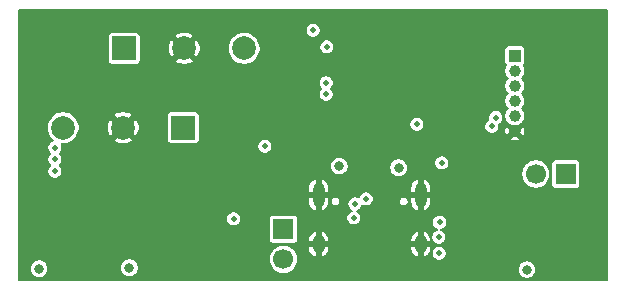
<source format=gbr>
%TF.GenerationSoftware,KiCad,Pcbnew,9.0.7-9.0.7~ubuntu24.04.1*%
%TF.CreationDate,2026-02-26T22:41:37+11:00*%
%TF.ProjectId,flipcab-rounded,666c6970-6361-4622-9d72-6f756e646564,rev?*%
%TF.SameCoordinates,Original*%
%TF.FileFunction,Copper,L2,Inr*%
%TF.FilePolarity,Positive*%
%FSLAX46Y46*%
G04 Gerber Fmt 4.6, Leading zero omitted, Abs format (unit mm)*
G04 Created by KiCad (PCBNEW 9.0.7-9.0.7~ubuntu24.04.1) date 2026-02-26 22:41:37*
%MOMM*%
%LPD*%
G01*
G04 APERTURE LIST*
%TA.AperFunction,ComponentPad*%
%ADD10C,0.630000*%
%TD*%
%TA.AperFunction,ComponentPad*%
%ADD11R,1.000000X1.000000*%
%TD*%
%TA.AperFunction,ComponentPad*%
%ADD12C,1.000000*%
%TD*%
%TA.AperFunction,ComponentPad*%
%ADD13R,2.000000X2.000000*%
%TD*%
%TA.AperFunction,ComponentPad*%
%ADD14C,2.000000*%
%TD*%
%TA.AperFunction,ComponentPad*%
%ADD15R,1.700000X1.700000*%
%TD*%
%TA.AperFunction,ComponentPad*%
%ADD16C,1.700000*%
%TD*%
%TA.AperFunction,HeatsinkPad*%
%ADD17O,1.000000X2.100000*%
%TD*%
%TA.AperFunction,HeatsinkPad*%
%ADD18O,1.000000X1.600000*%
%TD*%
%TA.AperFunction,ViaPad*%
%ADD19C,0.500000*%
%TD*%
%TA.AperFunction,ViaPad*%
%ADD20C,0.800000*%
%TD*%
G04 APERTURE END LIST*
D10*
%TO.N,GND*%
%TO.C,U4*%
X88470000Y-97350000D03*
X88470000Y-98650000D03*
X88470000Y-99950000D03*
X89770000Y-97350000D03*
X89770000Y-98650000D03*
X89770000Y-99950000D03*
%TD*%
D11*
%TO.N,+3V3*%
%TO.C,J2*%
X91080000Y-83930000D03*
D12*
%TO.N,UART_TXD*%
X91080000Y-85200000D03*
%TO.N,UART_RXD*%
X91080000Y-86470000D03*
%TO.N,EN*%
X91080000Y-87740000D03*
%TO.N,IO9{slash}BOOT*%
X91080000Y-89010000D03*
%TO.N,GND*%
X91080000Y-90280000D03*
%TD*%
D13*
%TO.N,Net-(SW2-A)*%
%TO.C,SW2*%
X58000000Y-83300000D03*
D14*
%TO.N,GND*%
X63080000Y-83300000D03*
%TO.N,+3V3*%
X68160000Y-83300000D03*
%TD*%
D15*
%TO.N,Net-(J4-Pin_1)*%
%TO.C,J4*%
X95395000Y-93930000D03*
D16*
%TO.N,Net-(J4-Pin_2)*%
X92855000Y-93930000D03*
%TD*%
D15*
%TO.N,Net-(J1-Pin_1)*%
%TO.C,J1*%
X71490000Y-98610000D03*
D16*
%TO.N,+12V*%
X71490000Y-101150000D03*
%TD*%
D13*
%TO.N,Net-(SW1-A)*%
%TO.C,SW1*%
X63000000Y-90000000D03*
D14*
%TO.N,GND*%
X57920000Y-90000000D03*
%TO.N,+3V3*%
X52840000Y-90000000D03*
%TD*%
D17*
%TO.N,GND*%
%TO.C,J3*%
X74460000Y-95700000D03*
D18*
X74460000Y-99880000D03*
D17*
X83100000Y-95700000D03*
D18*
X83100000Y-99880000D03*
%TD*%
D19*
%TO.N,GND*%
X96400000Y-84600000D03*
X55500000Y-96000000D03*
X80200000Y-88900000D03*
X73920000Y-92180000D03*
X67400000Y-99800000D03*
X60800000Y-92700000D03*
X65181250Y-98918750D03*
X98500000Y-96300000D03*
X88600000Y-95400000D03*
X86700000Y-88300000D03*
X55500000Y-95200000D03*
X97500000Y-99300000D03*
X86700000Y-81800000D03*
X89300000Y-80600000D03*
X53300000Y-100800000D03*
X83000000Y-88700000D03*
X53300000Y-95900000D03*
X56700000Y-97500000D03*
X51600000Y-82900000D03*
X53300000Y-96800000D03*
X54300000Y-93700000D03*
X53300000Y-93700000D03*
X55500000Y-96700000D03*
X49500000Y-95900000D03*
X56000000Y-100500000D03*
X97700000Y-94800000D03*
X96600000Y-101300000D03*
X97700000Y-95800000D03*
X78100000Y-92000000D03*
X86800000Y-89300000D03*
X95400000Y-100700000D03*
X96300000Y-90500000D03*
X87800000Y-91370000D03*
X92600000Y-87500000D03*
X78800000Y-88900000D03*
X68800000Y-100400000D03*
X87300000Y-95400000D03*
X98500000Y-98900000D03*
X79600000Y-81900000D03*
X89700000Y-95400000D03*
X50900000Y-93900000D03*
X82000000Y-81800000D03*
X51100000Y-95800000D03*
X77500000Y-84100000D03*
X81500000Y-88900000D03*
X71300000Y-83500000D03*
X92500000Y-86100000D03*
X84600000Y-94300000D03*
X53300000Y-94900000D03*
X72000000Y-88200000D03*
X77300000Y-88800000D03*
X50700000Y-100600000D03*
X84500000Y-81800000D03*
X69200000Y-97500000D03*
X98600000Y-97700000D03*
X69700000Y-90500000D03*
X86700000Y-86000000D03*
X86700000Y-83800000D03*
X50700000Y-99800000D03*
X72200000Y-93800000D03*
X71500000Y-86100000D03*
X64700000Y-96500000D03*
X55500000Y-97500000D03*
X84500000Y-89300000D03*
X57100000Y-99200000D03*
X97700000Y-91800000D03*
X69400000Y-87400000D03*
X71700000Y-89900000D03*
X60900000Y-96800000D03*
X77500000Y-81900000D03*
X66817500Y-95117500D03*
X94000000Y-96000000D03*
X97700000Y-83200000D03*
X77400000Y-86200000D03*
X58000000Y-94900000D03*
X63600000Y-95000000D03*
X50400000Y-95400000D03*
X74600000Y-80900000D03*
X79000000Y-100600000D03*
X55500000Y-94400000D03*
X66400000Y-98800000D03*
%TO.N,+3V3*%
X52140000Y-91700000D03*
X75100000Y-86200000D03*
X84880000Y-93000000D03*
X84660000Y-100630000D03*
X52140000Y-92700000D03*
X74002500Y-81767500D03*
X52140000Y-93700000D03*
X75150000Y-83160000D03*
%TO.N,EN*%
X75100000Y-87160000D03*
%TO.N,CC1*%
X77540000Y-96460000D03*
X77450000Y-97650000D03*
%TO.N,JTAG_DM*%
X78500000Y-96040000D03*
D20*
%TO.N,+12V*%
X76210000Y-93260000D03*
D19*
X69910000Y-91580000D03*
D20*
X50800000Y-101950000D03*
X58430000Y-101870000D03*
X92100000Y-102020000D03*
X81250000Y-93390000D03*
D19*
%TO.N,LED_CTRL*%
X67260000Y-97720000D03*
X82770000Y-89730000D03*
%TO.N,MOTOR_IN1*%
X89130000Y-89900000D03*
X84630000Y-99290000D03*
%TO.N,MOTOR_IN2*%
X84700000Y-98030000D03*
X89450000Y-89150000D03*
%TD*%
%TA.AperFunction,Conductor*%
%TO.N,GND*%
G36*
X90990000Y-101600000D02*
G01*
X87600000Y-101600000D01*
X87600000Y-101300000D01*
X87400000Y-101100000D01*
X87400000Y-96000000D01*
X87600000Y-96000000D01*
X87600000Y-94600000D01*
X90200000Y-94600000D01*
X90890000Y-94600000D01*
X90990000Y-101600000D01*
G37*
%TD.AperFunction*%
%TD*%
%TA.AperFunction,Conductor*%
%TO.N,GND*%
G36*
X98958691Y-80019407D02*
G01*
X98994655Y-80068907D01*
X98999500Y-80099500D01*
X98999500Y-102900500D01*
X98980593Y-102958691D01*
X98931093Y-102994655D01*
X98900500Y-102999500D01*
X49099500Y-102999500D01*
X49041309Y-102980593D01*
X49005345Y-102931093D01*
X49000500Y-102900500D01*
X49000500Y-101881004D01*
X50099500Y-101881004D01*
X50099500Y-102018995D01*
X50126420Y-102154327D01*
X50126420Y-102154329D01*
X50179222Y-102281806D01*
X50179228Y-102281817D01*
X50255885Y-102396541D01*
X50353458Y-102494114D01*
X50468182Y-102570771D01*
X50468193Y-102570777D01*
X50515283Y-102590282D01*
X50595672Y-102623580D01*
X50731007Y-102650500D01*
X50731008Y-102650500D01*
X50868992Y-102650500D01*
X50868993Y-102650500D01*
X51004328Y-102623580D01*
X51131811Y-102570775D01*
X51246542Y-102494114D01*
X51344114Y-102396542D01*
X51420775Y-102281811D01*
X51473580Y-102154328D01*
X51500500Y-102018993D01*
X51500500Y-101881007D01*
X51484586Y-101801004D01*
X57729500Y-101801004D01*
X57729500Y-101938995D01*
X57756420Y-102074327D01*
X57756420Y-102074329D01*
X57809222Y-102201806D01*
X57809228Y-102201817D01*
X57885885Y-102316541D01*
X57983458Y-102414114D01*
X58098182Y-102490771D01*
X58098193Y-102490777D01*
X58145283Y-102510282D01*
X58225672Y-102543580D01*
X58361007Y-102570500D01*
X58361008Y-102570500D01*
X58498992Y-102570500D01*
X58498993Y-102570500D01*
X58634328Y-102543580D01*
X58761811Y-102490775D01*
X58876542Y-102414114D01*
X58974114Y-102316542D01*
X59050775Y-102201811D01*
X59103580Y-102074328D01*
X59130500Y-101938993D01*
X59130500Y-101801007D01*
X59103580Y-101665672D01*
X59050775Y-101538189D01*
X59050774Y-101538187D01*
X59050771Y-101538182D01*
X58974114Y-101423458D01*
X58876541Y-101325885D01*
X58761817Y-101249228D01*
X58761806Y-101249222D01*
X58634328Y-101196420D01*
X58498995Y-101169500D01*
X58498993Y-101169500D01*
X58361007Y-101169500D01*
X58361004Y-101169500D01*
X58225672Y-101196420D01*
X58225670Y-101196420D01*
X58098193Y-101249222D01*
X58098182Y-101249228D01*
X57983458Y-101325885D01*
X57885885Y-101423458D01*
X57809228Y-101538182D01*
X57809222Y-101538193D01*
X57756420Y-101665670D01*
X57756420Y-101665672D01*
X57729500Y-101801004D01*
X51484586Y-101801004D01*
X51473580Y-101745672D01*
X51420775Y-101618189D01*
X51420774Y-101618187D01*
X51420771Y-101618182D01*
X51344114Y-101503458D01*
X51246541Y-101405885D01*
X51131817Y-101329228D01*
X51131806Y-101329222D01*
X51004328Y-101276420D01*
X50868995Y-101249500D01*
X50868993Y-101249500D01*
X50731007Y-101249500D01*
X50731004Y-101249500D01*
X50595672Y-101276420D01*
X50595670Y-101276420D01*
X50468193Y-101329222D01*
X50468182Y-101329228D01*
X50353458Y-101405885D01*
X50255885Y-101503458D01*
X50179228Y-101618182D01*
X50179222Y-101618193D01*
X50126420Y-101745670D01*
X50126420Y-101745672D01*
X50099500Y-101881004D01*
X49000500Y-101881004D01*
X49000500Y-101059450D01*
X70339500Y-101059450D01*
X70339500Y-101240549D01*
X70367828Y-101419406D01*
X70417881Y-101573458D01*
X70423789Y-101591639D01*
X70506004Y-101752994D01*
X70612447Y-101899501D01*
X70740499Y-102027553D01*
X70887006Y-102133996D01*
X71048361Y-102216211D01*
X71220591Y-102272171D01*
X71281456Y-102281811D01*
X71399451Y-102300500D01*
X71399454Y-102300500D01*
X71580549Y-102300500D01*
X71669977Y-102286335D01*
X71759409Y-102272171D01*
X71931639Y-102216211D01*
X72092994Y-102133996D01*
X72239501Y-102027553D01*
X72316050Y-101951004D01*
X91399500Y-101951004D01*
X91399500Y-101951007D01*
X91399500Y-102088993D01*
X91424805Y-102216211D01*
X91426420Y-102224327D01*
X91426420Y-102224329D01*
X91479222Y-102351806D01*
X91479228Y-102351817D01*
X91555885Y-102466541D01*
X91653458Y-102564114D01*
X91768182Y-102640771D01*
X91768193Y-102640777D01*
X91791667Y-102650500D01*
X91895672Y-102693580D01*
X92031007Y-102720500D01*
X92031008Y-102720500D01*
X92168992Y-102720500D01*
X92168993Y-102720500D01*
X92304328Y-102693580D01*
X92431811Y-102640775D01*
X92546542Y-102564114D01*
X92644114Y-102466542D01*
X92720775Y-102351811D01*
X92773580Y-102224328D01*
X92800500Y-102088993D01*
X92800500Y-101951007D01*
X92773580Y-101815672D01*
X92720775Y-101688189D01*
X92720774Y-101688187D01*
X92720771Y-101688182D01*
X92644114Y-101573458D01*
X92546541Y-101475885D01*
X92431817Y-101399228D01*
X92431806Y-101399222D01*
X92304328Y-101346420D01*
X92168995Y-101319500D01*
X92168993Y-101319500D01*
X92031007Y-101319500D01*
X92031004Y-101319500D01*
X91895672Y-101346420D01*
X91895670Y-101346420D01*
X91768193Y-101399222D01*
X91768182Y-101399228D01*
X91653458Y-101475885D01*
X91555885Y-101573458D01*
X91479228Y-101688182D01*
X91479222Y-101688193D01*
X91426420Y-101815670D01*
X91426420Y-101815672D01*
X91399500Y-101951004D01*
X72316050Y-101951004D01*
X72367553Y-101899501D01*
X72473996Y-101752994D01*
X72556211Y-101591639D01*
X72612171Y-101419409D01*
X72639125Y-101249228D01*
X72640500Y-101240549D01*
X72640500Y-101059450D01*
X72612171Y-100880593D01*
X72612171Y-100880591D01*
X72556211Y-100708361D01*
X72473996Y-100547006D01*
X72367553Y-100400499D01*
X72239501Y-100272447D01*
X72092994Y-100166004D01*
X72092993Y-100166003D01*
X71931637Y-100083788D01*
X71759406Y-100027828D01*
X71580549Y-99999500D01*
X71580546Y-99999500D01*
X71399454Y-99999500D01*
X71399451Y-99999500D01*
X71220593Y-100027828D01*
X71048362Y-100083788D01*
X70887008Y-100166002D01*
X70813752Y-100219225D01*
X70740499Y-100272447D01*
X70612447Y-100400499D01*
X70569540Y-100459556D01*
X70506002Y-100547008D01*
X70423788Y-100708362D01*
X70367828Y-100880593D01*
X70339500Y-101059450D01*
X49000500Y-101059450D01*
X49000500Y-97647525D01*
X66709500Y-97647525D01*
X66709500Y-97792475D01*
X66739087Y-97902896D01*
X66747017Y-97932489D01*
X66819487Y-98058010D01*
X66819489Y-98058012D01*
X66819491Y-98058015D01*
X66921985Y-98160509D01*
X66921987Y-98160510D01*
X66921989Y-98160512D01*
X67047511Y-98232982D01*
X67047512Y-98232982D01*
X67047515Y-98232984D01*
X67187525Y-98270500D01*
X67187526Y-98270500D01*
X67332474Y-98270500D01*
X67332475Y-98270500D01*
X67472485Y-98232984D01*
X67472487Y-98232982D01*
X67472489Y-98232982D01*
X67598010Y-98160512D01*
X67598010Y-98160511D01*
X67598015Y-98160509D01*
X67700509Y-98058015D01*
X67718005Y-98027711D01*
X67772982Y-97932489D01*
X67772982Y-97932487D01*
X67772984Y-97932485D01*
X67810500Y-97792475D01*
X67810500Y-97715130D01*
X70339500Y-97715130D01*
X70339500Y-99504860D01*
X70339501Y-99504863D01*
X70342414Y-99529990D01*
X70367756Y-99587385D01*
X70387794Y-99632765D01*
X70467235Y-99712206D01*
X70570009Y-99757585D01*
X70595135Y-99760500D01*
X72384864Y-99760499D01*
X72409991Y-99757585D01*
X72512765Y-99712206D01*
X72592206Y-99632765D01*
X72637585Y-99529991D01*
X72640500Y-99504865D01*
X72640500Y-99501204D01*
X73660000Y-99501204D01*
X73660000Y-99629999D01*
X73660001Y-99630000D01*
X74160000Y-99630000D01*
X74160000Y-100130000D01*
X73660001Y-100130000D01*
X73660000Y-100130001D01*
X73660000Y-100258795D01*
X73690742Y-100413349D01*
X73751048Y-100558940D01*
X73751052Y-100558949D01*
X73838599Y-100689969D01*
X73838602Y-100689973D01*
X73950026Y-100801397D01*
X73950030Y-100801400D01*
X74081058Y-100888951D01*
X74209999Y-100942360D01*
X74210000Y-100942359D01*
X74210000Y-100346988D01*
X74219940Y-100364205D01*
X74275795Y-100420060D01*
X74344204Y-100459556D01*
X74420504Y-100480000D01*
X74499496Y-100480000D01*
X74575796Y-100459556D01*
X74644205Y-100420060D01*
X74700060Y-100364205D01*
X74710000Y-100346988D01*
X74710000Y-100942360D01*
X74838941Y-100888951D01*
X74969969Y-100801400D01*
X74969973Y-100801397D01*
X75081397Y-100689973D01*
X75081400Y-100689969D01*
X75168947Y-100558949D01*
X75168951Y-100558940D01*
X75229257Y-100413349D01*
X75259999Y-100258795D01*
X75260000Y-100258792D01*
X75260000Y-100130001D01*
X75259999Y-100130000D01*
X74760000Y-100130000D01*
X74760000Y-99630000D01*
X75259999Y-99630000D01*
X75260000Y-99629999D01*
X75260000Y-99501207D01*
X75259999Y-99501204D01*
X82300000Y-99501204D01*
X82300000Y-99629999D01*
X82300001Y-99630000D01*
X82800000Y-99630000D01*
X82800000Y-100130000D01*
X82300001Y-100130000D01*
X82300000Y-100130001D01*
X82300000Y-100258795D01*
X82330742Y-100413349D01*
X82391048Y-100558940D01*
X82391052Y-100558949D01*
X82478599Y-100689969D01*
X82478602Y-100689973D01*
X82590026Y-100801397D01*
X82590030Y-100801400D01*
X82721058Y-100888951D01*
X82849999Y-100942360D01*
X82850000Y-100942359D01*
X82850000Y-100346988D01*
X82859940Y-100364205D01*
X82915795Y-100420060D01*
X82984204Y-100459556D01*
X83060504Y-100480000D01*
X83139496Y-100480000D01*
X83215796Y-100459556D01*
X83284205Y-100420060D01*
X83340060Y-100364205D01*
X83350000Y-100346988D01*
X83350000Y-100942360D01*
X83478941Y-100888951D01*
X83609969Y-100801400D01*
X83609973Y-100801397D01*
X83721397Y-100689973D01*
X83721400Y-100689969D01*
X83808947Y-100558949D01*
X83808951Y-100558940D01*
X83809537Y-100557525D01*
X84109500Y-100557525D01*
X84109500Y-100702475D01*
X84136006Y-100801397D01*
X84147017Y-100842489D01*
X84219487Y-100968010D01*
X84219489Y-100968012D01*
X84219491Y-100968015D01*
X84321985Y-101070509D01*
X84321987Y-101070510D01*
X84321989Y-101070512D01*
X84447511Y-101142982D01*
X84447512Y-101142982D01*
X84447515Y-101142984D01*
X84587525Y-101180500D01*
X84587526Y-101180500D01*
X84732474Y-101180500D01*
X84732475Y-101180500D01*
X84872485Y-101142984D01*
X84872487Y-101142982D01*
X84872489Y-101142982D01*
X84998010Y-101070512D01*
X84998010Y-101070511D01*
X84998015Y-101070509D01*
X85100509Y-100968015D01*
X85146157Y-100888951D01*
X85172982Y-100842489D01*
X85172982Y-100842487D01*
X85172984Y-100842485D01*
X85210500Y-100702475D01*
X85210500Y-100557525D01*
X85172984Y-100417515D01*
X85172981Y-100417509D01*
X85100512Y-100291989D01*
X85100510Y-100291987D01*
X85100509Y-100291985D01*
X84998015Y-100189491D01*
X84998012Y-100189489D01*
X84998010Y-100189487D01*
X84872488Y-100117017D01*
X84872489Y-100117017D01*
X84842896Y-100109087D01*
X84732475Y-100079500D01*
X84587525Y-100079500D01*
X84548783Y-100089881D01*
X84447510Y-100117017D01*
X84321989Y-100189487D01*
X84219487Y-100291989D01*
X84147017Y-100417510D01*
X84147016Y-100417515D01*
X84109500Y-100557525D01*
X83809537Y-100557525D01*
X83827919Y-100513150D01*
X83827919Y-100513149D01*
X83869256Y-100413352D01*
X83869256Y-100413350D01*
X83899999Y-100258795D01*
X83900000Y-100258792D01*
X83900000Y-100130001D01*
X83899999Y-100130000D01*
X83400000Y-100130000D01*
X83400000Y-99630000D01*
X83899999Y-99630000D01*
X83900000Y-99629999D01*
X83900000Y-99501207D01*
X83899999Y-99501204D01*
X83869256Y-99346649D01*
X83869256Y-99346647D01*
X83828777Y-99248921D01*
X83815772Y-99217525D01*
X84079500Y-99217525D01*
X84079500Y-99362474D01*
X84117017Y-99502489D01*
X84189487Y-99628010D01*
X84189489Y-99628012D01*
X84189491Y-99628015D01*
X84291985Y-99730509D01*
X84291987Y-99730510D01*
X84291989Y-99730512D01*
X84417511Y-99802982D01*
X84417512Y-99802982D01*
X84417515Y-99802984D01*
X84557525Y-99840500D01*
X84557526Y-99840500D01*
X84702474Y-99840500D01*
X84702475Y-99840500D01*
X84842485Y-99802984D01*
X84849685Y-99798826D01*
X84849688Y-99798826D01*
X84968010Y-99730512D01*
X84968010Y-99730511D01*
X84968015Y-99730509D01*
X85070509Y-99628015D01*
X85121034Y-99540504D01*
X85142982Y-99502489D01*
X85142982Y-99502487D01*
X85142984Y-99502485D01*
X85180500Y-99362475D01*
X85180500Y-99217525D01*
X85142984Y-99077515D01*
X85142982Y-99077512D01*
X85142982Y-99077510D01*
X85070512Y-98951989D01*
X85070510Y-98951987D01*
X85070509Y-98951985D01*
X84968015Y-98849491D01*
X84968012Y-98849489D01*
X84968010Y-98849487D01*
X84842488Y-98777017D01*
X84842484Y-98777015D01*
X84797658Y-98765004D01*
X84746344Y-98731680D01*
X84724418Y-98674559D01*
X84740254Y-98615458D01*
X84787804Y-98576953D01*
X84797643Y-98573756D01*
X84912485Y-98542984D01*
X84988967Y-98498827D01*
X84988970Y-98498826D01*
X85038010Y-98470512D01*
X85038010Y-98470511D01*
X85038015Y-98470509D01*
X85140509Y-98368015D01*
X85181830Y-98296445D01*
X85212982Y-98242489D01*
X85212982Y-98242487D01*
X85212984Y-98242485D01*
X85250500Y-98102475D01*
X85250500Y-97957525D01*
X85212984Y-97817515D01*
X85212982Y-97817512D01*
X85212982Y-97817510D01*
X85140512Y-97691989D01*
X85140510Y-97691987D01*
X85140509Y-97691985D01*
X85038015Y-97589491D01*
X85038012Y-97589489D01*
X85038010Y-97589487D01*
X84912488Y-97517017D01*
X84912489Y-97517017D01*
X84877027Y-97507515D01*
X84772475Y-97479500D01*
X84627525Y-97479500D01*
X84588783Y-97489881D01*
X84487510Y-97517017D01*
X84361989Y-97589487D01*
X84259487Y-97691989D01*
X84187017Y-97817510D01*
X84149500Y-97957525D01*
X84149500Y-98102474D01*
X84187017Y-98242489D01*
X84259487Y-98368010D01*
X84259489Y-98368012D01*
X84259491Y-98368015D01*
X84361985Y-98470509D01*
X84361987Y-98470510D01*
X84361989Y-98470512D01*
X84487511Y-98542982D01*
X84487509Y-98542982D01*
X84487513Y-98542983D01*
X84487515Y-98542984D01*
X84532342Y-98554995D01*
X84583654Y-98588318D01*
X84605581Y-98645439D01*
X84589746Y-98704540D01*
X84542196Y-98743045D01*
X84532341Y-98746247D01*
X84417515Y-98777015D01*
X84417511Y-98777017D01*
X84291989Y-98849487D01*
X84189487Y-98951989D01*
X84117017Y-99077510D01*
X84079500Y-99217525D01*
X83815772Y-99217525D01*
X83808951Y-99201059D01*
X83808947Y-99201050D01*
X83721400Y-99070030D01*
X83721397Y-99070026D01*
X83609973Y-98958602D01*
X83609969Y-98958599D01*
X83478949Y-98871052D01*
X83478940Y-98871048D01*
X83350000Y-98817639D01*
X83350000Y-99413011D01*
X83340060Y-99395795D01*
X83284205Y-99339940D01*
X83215796Y-99300444D01*
X83139496Y-99280000D01*
X83060504Y-99280000D01*
X82984204Y-99300444D01*
X82915795Y-99339940D01*
X82859940Y-99395795D01*
X82850000Y-99413011D01*
X82850000Y-98817639D01*
X82721059Y-98871048D01*
X82721050Y-98871052D01*
X82590030Y-98958599D01*
X82590026Y-98958602D01*
X82478602Y-99070026D01*
X82478599Y-99070030D01*
X82391052Y-99201050D01*
X82391048Y-99201059D01*
X82330742Y-99346650D01*
X82300000Y-99501204D01*
X75259999Y-99501204D01*
X75229257Y-99346650D01*
X75168951Y-99201059D01*
X75168947Y-99201050D01*
X75081400Y-99070030D01*
X75081397Y-99070026D01*
X74969973Y-98958602D01*
X74969969Y-98958599D01*
X74838949Y-98871052D01*
X74838940Y-98871048D01*
X74710000Y-98817639D01*
X74710000Y-99413011D01*
X74700060Y-99395795D01*
X74644205Y-99339940D01*
X74575796Y-99300444D01*
X74499496Y-99280000D01*
X74420504Y-99280000D01*
X74344204Y-99300444D01*
X74275795Y-99339940D01*
X74219940Y-99395795D01*
X74210000Y-99413011D01*
X74210000Y-98817639D01*
X74081059Y-98871048D01*
X74081050Y-98871052D01*
X73950030Y-98958599D01*
X73950026Y-98958602D01*
X73838602Y-99070026D01*
X73838599Y-99070030D01*
X73751052Y-99201050D01*
X73751048Y-99201059D01*
X73690742Y-99346650D01*
X73660000Y-99501204D01*
X72640500Y-99501204D01*
X72640499Y-97715136D01*
X72637585Y-97690009D01*
X72592206Y-97587235D01*
X72582496Y-97577525D01*
X76899500Y-97577525D01*
X76899500Y-97722474D01*
X76937017Y-97862489D01*
X77009487Y-97988010D01*
X77009489Y-97988012D01*
X77009491Y-97988015D01*
X77111985Y-98090509D01*
X77111987Y-98090510D01*
X77111989Y-98090512D01*
X77237511Y-98162982D01*
X77237512Y-98162982D01*
X77237515Y-98162984D01*
X77377525Y-98200500D01*
X77377526Y-98200500D01*
X77522474Y-98200500D01*
X77522475Y-98200500D01*
X77662485Y-98162984D01*
X77662487Y-98162982D01*
X77662489Y-98162982D01*
X77788010Y-98090512D01*
X77788010Y-98090511D01*
X77788015Y-98090509D01*
X77890509Y-97988015D01*
X77902900Y-97966554D01*
X77962982Y-97862489D01*
X77962982Y-97862487D01*
X77962984Y-97862485D01*
X78000500Y-97722475D01*
X78000500Y-97577525D01*
X77962984Y-97437515D01*
X77962982Y-97437512D01*
X77962982Y-97437510D01*
X77903258Y-97334067D01*
X77903256Y-97334064D01*
X77890509Y-97311985D01*
X77788015Y-97209491D01*
X77788012Y-97209489D01*
X77788010Y-97209487D01*
X77703948Y-97160954D01*
X77663007Y-97115485D01*
X77656611Y-97054635D01*
X77687204Y-97001647D01*
X77727822Y-96979592D01*
X77752485Y-96972984D01*
X77752487Y-96972982D01*
X77752489Y-96972982D01*
X77878010Y-96900512D01*
X77878010Y-96900511D01*
X77878015Y-96900509D01*
X77980509Y-96798015D01*
X78002473Y-96759973D01*
X78052982Y-96672489D01*
X78052982Y-96672487D01*
X78052984Y-96672485D01*
X78078743Y-96576349D01*
X78112066Y-96525038D01*
X78169188Y-96503111D01*
X78223869Y-96516238D01*
X78287511Y-96552982D01*
X78287515Y-96552984D01*
X78427525Y-96590500D01*
X78427526Y-96590500D01*
X78572474Y-96590500D01*
X78572475Y-96590500D01*
X78712485Y-96552984D01*
X78712487Y-96552982D01*
X78712489Y-96552982D01*
X78838010Y-96480512D01*
X78838010Y-96480511D01*
X78838015Y-96480509D01*
X78940509Y-96378015D01*
X79012984Y-96252485D01*
X79021183Y-96221883D01*
X79030491Y-96187147D01*
X81344500Y-96187147D01*
X81344500Y-96272853D01*
X81366682Y-96355638D01*
X81409535Y-96429862D01*
X81470138Y-96490465D01*
X81544362Y-96533318D01*
X81627147Y-96555500D01*
X81627149Y-96555500D01*
X81712851Y-96555500D01*
X81712853Y-96555500D01*
X81795638Y-96533318D01*
X81869862Y-96490465D01*
X81930465Y-96429862D01*
X81973318Y-96355638D01*
X81995500Y-96272853D01*
X81995500Y-96187147D01*
X81973318Y-96104362D01*
X81930465Y-96030138D01*
X81869862Y-95969535D01*
X81795638Y-95926682D01*
X81712853Y-95904500D01*
X81627147Y-95904500D01*
X81544362Y-95926682D01*
X81470138Y-95969535D01*
X81409535Y-96030138D01*
X81366682Y-96104362D01*
X81344500Y-96187147D01*
X79030491Y-96187147D01*
X79039096Y-96155037D01*
X79039096Y-96155035D01*
X79050500Y-96112474D01*
X79050500Y-95967525D01*
X79045005Y-95947017D01*
X79012984Y-95827515D01*
X79012982Y-95827511D01*
X79012982Y-95827510D01*
X78940512Y-95701989D01*
X78940510Y-95701987D01*
X78940509Y-95701985D01*
X78838015Y-95599491D01*
X78838012Y-95599489D01*
X78838010Y-95599487D01*
X78712488Y-95527017D01*
X78712489Y-95527017D01*
X78682896Y-95519087D01*
X78572475Y-95489500D01*
X78427525Y-95489500D01*
X78365790Y-95506041D01*
X78287510Y-95527017D01*
X78161989Y-95599487D01*
X78059487Y-95701989D01*
X77987017Y-95827511D01*
X77987015Y-95827515D01*
X77961256Y-95923648D01*
X77927932Y-95974962D01*
X77870810Y-95996888D01*
X77816131Y-95983761D01*
X77752488Y-95947017D01*
X77752485Y-95947016D01*
X77612475Y-95909500D01*
X77467525Y-95909500D01*
X77414725Y-95923648D01*
X77327510Y-95947017D01*
X77201989Y-96019487D01*
X77099487Y-96121989D01*
X77027017Y-96247510D01*
X77005237Y-96328795D01*
X76989500Y-96387525D01*
X76989500Y-96532475D01*
X76995670Y-96555500D01*
X77027017Y-96672489D01*
X77099487Y-96798010D01*
X77099489Y-96798012D01*
X77099491Y-96798015D01*
X77201985Y-96900509D01*
X77286052Y-96949045D01*
X77326992Y-96994514D01*
X77333388Y-97055364D01*
X77302795Y-97108352D01*
X77262177Y-97130407D01*
X77237512Y-97137016D01*
X77237511Y-97137017D01*
X77111989Y-97209487D01*
X77009487Y-97311989D01*
X76937017Y-97437510D01*
X76899500Y-97577525D01*
X72582496Y-97577525D01*
X72512765Y-97507794D01*
X72409991Y-97462415D01*
X72409990Y-97462414D01*
X72409988Y-97462414D01*
X72384868Y-97459500D01*
X70595139Y-97459500D01*
X70595136Y-97459501D01*
X70570009Y-97462414D01*
X70467235Y-97507794D01*
X70387794Y-97587235D01*
X70342414Y-97690011D01*
X70339500Y-97715130D01*
X67810500Y-97715130D01*
X67810500Y-97647525D01*
X67772984Y-97507515D01*
X67772982Y-97507512D01*
X67772982Y-97507510D01*
X67700512Y-97381989D01*
X67700510Y-97381987D01*
X67700509Y-97381985D01*
X67598015Y-97279491D01*
X67598012Y-97279489D01*
X67598010Y-97279487D01*
X67472488Y-97207017D01*
X67472489Y-97207017D01*
X67390321Y-97185000D01*
X67332475Y-97169500D01*
X67187525Y-97169500D01*
X67129679Y-97185000D01*
X67047510Y-97207017D01*
X66921989Y-97279487D01*
X66819487Y-97381989D01*
X66747017Y-97507510D01*
X66719280Y-97611025D01*
X66709500Y-97647525D01*
X49000500Y-97647525D01*
X49000500Y-95071204D01*
X73660000Y-95071204D01*
X73660000Y-95449999D01*
X73660001Y-95450000D01*
X74160000Y-95450000D01*
X74160000Y-95950000D01*
X73660001Y-95950000D01*
X73660000Y-95950001D01*
X73660000Y-96328795D01*
X73690742Y-96483349D01*
X73751048Y-96628940D01*
X73751052Y-96628949D01*
X73838599Y-96759969D01*
X73838602Y-96759973D01*
X73950026Y-96871397D01*
X73950030Y-96871400D01*
X74081058Y-96958951D01*
X74209999Y-97012360D01*
X74210000Y-97012359D01*
X74210000Y-96416988D01*
X74219940Y-96434205D01*
X74275795Y-96490060D01*
X74344204Y-96529556D01*
X74420504Y-96550000D01*
X74499496Y-96550000D01*
X74575796Y-96529556D01*
X74644205Y-96490060D01*
X74700060Y-96434205D01*
X74710000Y-96416988D01*
X74710000Y-97012360D01*
X74838941Y-96958951D01*
X74969969Y-96871400D01*
X74969973Y-96871397D01*
X75081397Y-96759973D01*
X75081400Y-96759969D01*
X75168947Y-96628949D01*
X75168951Y-96628940D01*
X75229257Y-96483349D01*
X75259999Y-96328795D01*
X75260000Y-96328792D01*
X75260000Y-96187147D01*
X75564500Y-96187147D01*
X75564500Y-96272853D01*
X75586682Y-96355638D01*
X75629535Y-96429862D01*
X75690138Y-96490465D01*
X75764362Y-96533318D01*
X75847147Y-96555500D01*
X75847149Y-96555500D01*
X75932851Y-96555500D01*
X75932853Y-96555500D01*
X76015638Y-96533318D01*
X76089862Y-96490465D01*
X76150465Y-96429862D01*
X76193318Y-96355638D01*
X76215500Y-96272853D01*
X76215500Y-96187147D01*
X76193318Y-96104362D01*
X76150465Y-96030138D01*
X76089862Y-95969535D01*
X76015638Y-95926682D01*
X75932853Y-95904500D01*
X75847147Y-95904500D01*
X75764362Y-95926682D01*
X75690138Y-95969535D01*
X75629535Y-96030138D01*
X75586682Y-96104362D01*
X75564500Y-96187147D01*
X75260000Y-96187147D01*
X75260000Y-95950001D01*
X75259999Y-95950000D01*
X74760000Y-95950000D01*
X74760000Y-95450000D01*
X75259999Y-95450000D01*
X75260000Y-95449999D01*
X75260000Y-95071207D01*
X75259999Y-95071204D01*
X82300000Y-95071204D01*
X82300000Y-95449999D01*
X82300001Y-95450000D01*
X82800000Y-95450000D01*
X82800000Y-95950000D01*
X82300001Y-95950000D01*
X82300000Y-95950001D01*
X82300000Y-96328795D01*
X82330742Y-96483349D01*
X82391048Y-96628940D01*
X82391052Y-96628949D01*
X82478599Y-96759969D01*
X82478602Y-96759973D01*
X82590026Y-96871397D01*
X82590030Y-96871400D01*
X82721058Y-96958951D01*
X82849999Y-97012360D01*
X82850000Y-97012359D01*
X82850000Y-96416988D01*
X82859940Y-96434205D01*
X82915795Y-96490060D01*
X82984204Y-96529556D01*
X83060504Y-96550000D01*
X83139496Y-96550000D01*
X83215796Y-96529556D01*
X83284205Y-96490060D01*
X83340060Y-96434205D01*
X83350000Y-96416988D01*
X83350000Y-97012360D01*
X83478941Y-96958951D01*
X83609969Y-96871400D01*
X83609973Y-96871397D01*
X83721397Y-96759973D01*
X83721399Y-96759970D01*
X83725840Y-96753326D01*
X83725840Y-96753325D01*
X83808947Y-96628949D01*
X83808951Y-96628940D01*
X83869257Y-96483349D01*
X83899999Y-96328795D01*
X83900000Y-96328792D01*
X83900000Y-96000000D01*
X87400000Y-96000000D01*
X87400000Y-101100000D01*
X87600000Y-101300000D01*
X87600000Y-101600000D01*
X90990000Y-101600000D01*
X90890000Y-94600000D01*
X90200000Y-94600000D01*
X87600000Y-94600000D01*
X87600000Y-96000000D01*
X87400000Y-96000000D01*
X83900000Y-96000000D01*
X83900000Y-95950001D01*
X83899999Y-95950000D01*
X83400000Y-95950000D01*
X83400000Y-95450000D01*
X83899999Y-95450000D01*
X83900000Y-95449999D01*
X83900000Y-95071207D01*
X83899999Y-95071204D01*
X83869257Y-94916650D01*
X83808951Y-94771059D01*
X83808947Y-94771050D01*
X83721400Y-94640030D01*
X83721397Y-94640026D01*
X83609973Y-94528602D01*
X83609969Y-94528599D01*
X83478949Y-94441052D01*
X83478940Y-94441048D01*
X83350000Y-94387639D01*
X83350000Y-94983011D01*
X83340060Y-94965795D01*
X83284205Y-94909940D01*
X83215796Y-94870444D01*
X83139496Y-94850000D01*
X83060504Y-94850000D01*
X82984204Y-94870444D01*
X82915795Y-94909940D01*
X82859940Y-94965795D01*
X82850000Y-94983011D01*
X82850000Y-94387639D01*
X82721059Y-94441048D01*
X82721050Y-94441052D01*
X82590030Y-94528599D01*
X82590026Y-94528602D01*
X82478602Y-94640026D01*
X82478599Y-94640030D01*
X82391052Y-94771050D01*
X82391048Y-94771059D01*
X82330742Y-94916650D01*
X82300000Y-95071204D01*
X75259999Y-95071204D01*
X75229257Y-94916650D01*
X75168951Y-94771059D01*
X75168947Y-94771050D01*
X75081400Y-94640030D01*
X75081397Y-94640026D01*
X74969973Y-94528602D01*
X74969969Y-94528599D01*
X74838949Y-94441052D01*
X74838940Y-94441048D01*
X74710000Y-94387639D01*
X74710000Y-94983011D01*
X74700060Y-94965795D01*
X74644205Y-94909940D01*
X74575796Y-94870444D01*
X74499496Y-94850000D01*
X74420504Y-94850000D01*
X74344204Y-94870444D01*
X74275795Y-94909940D01*
X74219940Y-94965795D01*
X74210000Y-94983011D01*
X74210000Y-94387639D01*
X74081059Y-94441048D01*
X74081050Y-94441052D01*
X73950030Y-94528599D01*
X73950026Y-94528602D01*
X73838602Y-94640026D01*
X73838599Y-94640030D01*
X73751052Y-94771050D01*
X73751048Y-94771059D01*
X73690742Y-94916650D01*
X73660000Y-95071204D01*
X49000500Y-95071204D01*
X49000500Y-89897644D01*
X51539500Y-89897644D01*
X51539500Y-90102355D01*
X51571521Y-90304529D01*
X51634780Y-90499219D01*
X51727712Y-90681609D01*
X51727714Y-90681613D01*
X51848029Y-90847213D01*
X51848031Y-90847215D01*
X51848034Y-90847219D01*
X51992781Y-90991966D01*
X51992784Y-90991968D01*
X52003409Y-90999688D01*
X52039372Y-91049189D01*
X52039371Y-91110374D01*
X52003406Y-91159874D01*
X51970841Y-91175406D01*
X51927515Y-91187015D01*
X51927511Y-91187017D01*
X51801989Y-91259487D01*
X51699487Y-91361989D01*
X51627017Y-91487510D01*
X51589500Y-91627525D01*
X51589500Y-91772474D01*
X51627017Y-91912489D01*
X51699487Y-92038010D01*
X51699489Y-92038012D01*
X51699491Y-92038015D01*
X51791474Y-92129998D01*
X51819250Y-92184513D01*
X51809679Y-92244945D01*
X51791475Y-92270000D01*
X51699491Y-92361985D01*
X51699488Y-92361988D01*
X51699487Y-92361989D01*
X51627017Y-92487510D01*
X51627016Y-92487515D01*
X51589500Y-92627525D01*
X51589500Y-92772475D01*
X51604323Y-92827794D01*
X51627017Y-92912489D01*
X51699487Y-93038010D01*
X51699489Y-93038012D01*
X51699491Y-93038015D01*
X51791474Y-93129998D01*
X51819250Y-93184513D01*
X51809679Y-93244945D01*
X51791475Y-93270000D01*
X51740472Y-93321004D01*
X51699488Y-93361988D01*
X51699487Y-93361989D01*
X51627017Y-93487510D01*
X51589500Y-93627525D01*
X51589500Y-93772474D01*
X51627017Y-93912489D01*
X51699487Y-94038010D01*
X51699489Y-94038012D01*
X51699491Y-94038015D01*
X51801985Y-94140509D01*
X51801987Y-94140510D01*
X51801989Y-94140512D01*
X51927511Y-94212982D01*
X51927512Y-94212982D01*
X51927515Y-94212984D01*
X52067525Y-94250500D01*
X52067526Y-94250500D01*
X52212474Y-94250500D01*
X52212475Y-94250500D01*
X52352485Y-94212984D01*
X52352487Y-94212982D01*
X52352489Y-94212982D01*
X52478010Y-94140512D01*
X52478010Y-94140511D01*
X52478015Y-94140509D01*
X52580509Y-94038015D01*
X52596236Y-94010775D01*
X52652982Y-93912489D01*
X52652982Y-93912487D01*
X52652984Y-93912485D01*
X52690500Y-93772475D01*
X52690500Y-93627525D01*
X52652984Y-93487515D01*
X52652982Y-93487512D01*
X52652982Y-93487510D01*
X52580512Y-93361989D01*
X52580510Y-93361987D01*
X52580509Y-93361985D01*
X52488525Y-93270001D01*
X52481408Y-93256032D01*
X52470321Y-93244945D01*
X52467868Y-93229457D01*
X52460750Y-93215487D01*
X52463202Y-93200000D01*
X52461778Y-93191004D01*
X75509500Y-93191004D01*
X75509500Y-93328995D01*
X75516063Y-93361988D01*
X75535358Y-93458991D01*
X75536420Y-93464327D01*
X75536420Y-93464329D01*
X75589222Y-93591806D01*
X75589228Y-93591817D01*
X75665885Y-93706541D01*
X75763458Y-93804114D01*
X75878182Y-93880771D01*
X75878193Y-93880777D01*
X75925283Y-93900282D01*
X76005672Y-93933580D01*
X76141007Y-93960500D01*
X76141008Y-93960500D01*
X76278992Y-93960500D01*
X76278993Y-93960500D01*
X76414328Y-93933580D01*
X76541811Y-93880775D01*
X76656542Y-93804114D01*
X76754114Y-93706542D01*
X76830775Y-93591811D01*
X76883580Y-93464328D01*
X76910500Y-93328993D01*
X76910500Y-93321004D01*
X80549500Y-93321004D01*
X80549500Y-93458995D01*
X80567446Y-93549216D01*
X80575919Y-93591811D01*
X80576420Y-93594327D01*
X80576420Y-93594329D01*
X80629222Y-93721806D01*
X80629228Y-93721817D01*
X80705885Y-93836541D01*
X80803458Y-93934114D01*
X80918182Y-94010771D01*
X80918193Y-94010777D01*
X80965283Y-94030282D01*
X81045672Y-94063580D01*
X81181007Y-94090500D01*
X81181008Y-94090500D01*
X81318992Y-94090500D01*
X81318993Y-94090500D01*
X81454328Y-94063580D01*
X81581811Y-94010775D01*
X81696542Y-93934114D01*
X81791206Y-93839450D01*
X91704500Y-93839450D01*
X91704500Y-94020549D01*
X91732828Y-94199406D01*
X91788788Y-94371637D01*
X91868764Y-94528599D01*
X91871004Y-94532994D01*
X91977447Y-94679501D01*
X92105499Y-94807553D01*
X92252006Y-94913996D01*
X92413361Y-94996211D01*
X92585591Y-95052171D01*
X92657136Y-95063502D01*
X92764451Y-95080500D01*
X92764454Y-95080500D01*
X92945549Y-95080500D01*
X93034977Y-95066335D01*
X93124409Y-95052171D01*
X93296639Y-94996211D01*
X93457994Y-94913996D01*
X93604501Y-94807553D01*
X93732553Y-94679501D01*
X93838996Y-94532994D01*
X93921211Y-94371639D01*
X93977171Y-94199409D01*
X93991335Y-94109977D01*
X94005500Y-94020549D01*
X94005500Y-93839450D01*
X93977171Y-93660593D01*
X93977171Y-93660591D01*
X93921211Y-93488361D01*
X93838996Y-93327006D01*
X93732553Y-93180499D01*
X93604501Y-93052447D01*
X93580666Y-93035130D01*
X94244500Y-93035130D01*
X94244500Y-94824860D01*
X94244501Y-94824863D01*
X94247414Y-94849990D01*
X94272756Y-94907385D01*
X94292794Y-94952765D01*
X94372235Y-95032206D01*
X94475009Y-95077585D01*
X94500135Y-95080500D01*
X96289864Y-95080499D01*
X96314991Y-95077585D01*
X96417765Y-95032206D01*
X96497206Y-94952765D01*
X96542585Y-94849991D01*
X96545500Y-94824865D01*
X96545499Y-93035136D01*
X96542585Y-93010009D01*
X96497206Y-92907235D01*
X96417765Y-92827794D01*
X96314991Y-92782415D01*
X96314990Y-92782414D01*
X96314988Y-92782414D01*
X96289868Y-92779500D01*
X94500139Y-92779500D01*
X94500136Y-92779501D01*
X94475009Y-92782414D01*
X94372235Y-92827794D01*
X94292794Y-92907235D01*
X94247414Y-93010011D01*
X94244500Y-93035130D01*
X93580666Y-93035130D01*
X93457994Y-92946004D01*
X93457993Y-92946003D01*
X93457991Y-92946002D01*
X93296637Y-92863788D01*
X93124406Y-92807828D01*
X92945549Y-92779500D01*
X92945546Y-92779500D01*
X92764454Y-92779500D01*
X92764451Y-92779500D01*
X92585593Y-92807828D01*
X92413362Y-92863788D01*
X92252008Y-92946002D01*
X92178752Y-92999225D01*
X92105499Y-93052447D01*
X91977447Y-93180499D01*
X91924225Y-93253752D01*
X91871002Y-93327008D01*
X91788788Y-93488362D01*
X91732828Y-93660593D01*
X91704500Y-93839450D01*
X81791206Y-93839450D01*
X81794114Y-93836542D01*
X81836923Y-93772475D01*
X81870771Y-93721817D01*
X81870771Y-93721816D01*
X81870775Y-93721811D01*
X81923580Y-93594328D01*
X81950500Y-93458993D01*
X81950500Y-93321007D01*
X81923580Y-93185672D01*
X81894779Y-93116139D01*
X81870777Y-93058193D01*
X81870771Y-93058182D01*
X81815883Y-92976038D01*
X81794114Y-92943458D01*
X81778181Y-92927525D01*
X84329500Y-92927525D01*
X84329500Y-93072474D01*
X84367017Y-93212489D01*
X84439487Y-93338010D01*
X84439489Y-93338012D01*
X84439491Y-93338015D01*
X84541985Y-93440509D01*
X84541987Y-93440510D01*
X84541989Y-93440512D01*
X84667511Y-93512982D01*
X84667512Y-93512982D01*
X84667515Y-93512984D01*
X84807525Y-93550500D01*
X84807526Y-93550500D01*
X84952474Y-93550500D01*
X84952475Y-93550500D01*
X85092485Y-93512984D01*
X85092487Y-93512982D01*
X85092489Y-93512982D01*
X85218010Y-93440512D01*
X85218010Y-93440511D01*
X85218015Y-93440509D01*
X85320509Y-93338015D01*
X85330330Y-93321004D01*
X85392982Y-93212489D01*
X85392982Y-93212487D01*
X85392984Y-93212485D01*
X85430500Y-93072475D01*
X85430500Y-92927525D01*
X85392984Y-92787515D01*
X85392982Y-92787512D01*
X85392982Y-92787510D01*
X85320512Y-92661989D01*
X85320510Y-92661987D01*
X85320509Y-92661985D01*
X85218015Y-92559491D01*
X85218012Y-92559489D01*
X85218010Y-92559487D01*
X85092488Y-92487017D01*
X85092489Y-92487017D01*
X85062896Y-92479087D01*
X84952475Y-92449500D01*
X84807525Y-92449500D01*
X84745790Y-92466041D01*
X84667510Y-92487017D01*
X84541989Y-92559487D01*
X84439487Y-92661989D01*
X84367017Y-92787510D01*
X84329500Y-92927525D01*
X81778181Y-92927525D01*
X81696542Y-92845886D01*
X81696541Y-92845885D01*
X81581817Y-92769228D01*
X81581806Y-92769222D01*
X81454328Y-92716420D01*
X81318995Y-92689500D01*
X81318993Y-92689500D01*
X81181007Y-92689500D01*
X81181004Y-92689500D01*
X81045672Y-92716420D01*
X81045670Y-92716420D01*
X80918193Y-92769222D01*
X80918182Y-92769228D01*
X80803458Y-92845885D01*
X80705885Y-92943458D01*
X80629228Y-93058182D01*
X80629222Y-93058193D01*
X80576420Y-93185670D01*
X80576420Y-93185672D01*
X80549500Y-93321004D01*
X76910500Y-93321004D01*
X76910500Y-93191007D01*
X76883580Y-93055672D01*
X76838154Y-92946004D01*
X76830777Y-92928193D01*
X76830771Y-92928182D01*
X76754114Y-92813458D01*
X76656541Y-92715885D01*
X76541817Y-92639228D01*
X76541806Y-92639222D01*
X76414328Y-92586420D01*
X76278995Y-92559500D01*
X76278993Y-92559500D01*
X76141007Y-92559500D01*
X76141004Y-92559500D01*
X76005672Y-92586420D01*
X76005670Y-92586420D01*
X75878193Y-92639222D01*
X75878182Y-92639228D01*
X75763458Y-92715885D01*
X75665885Y-92813458D01*
X75589228Y-92928182D01*
X75589222Y-92928193D01*
X75536420Y-93055670D01*
X75536420Y-93055672D01*
X75509500Y-93191004D01*
X52461778Y-93191004D01*
X52460750Y-93184513D01*
X52467868Y-93170542D01*
X52470321Y-93155055D01*
X52488524Y-93129999D01*
X52580509Y-93038015D01*
X52580512Y-93038010D01*
X52652982Y-92912489D01*
X52652982Y-92912487D01*
X52652984Y-92912485D01*
X52690500Y-92772475D01*
X52690500Y-92627525D01*
X52652984Y-92487515D01*
X52652982Y-92487512D01*
X52652982Y-92487510D01*
X52580512Y-92361989D01*
X52580510Y-92361987D01*
X52580509Y-92361985D01*
X52488525Y-92270001D01*
X52460750Y-92215487D01*
X52470321Y-92155055D01*
X52488524Y-92129999D01*
X52580509Y-92038015D01*
X52580512Y-92038010D01*
X52652982Y-91912489D01*
X52652982Y-91912487D01*
X52652984Y-91912485D01*
X52690500Y-91772475D01*
X52690500Y-91627525D01*
X52658346Y-91507525D01*
X69359500Y-91507525D01*
X69359500Y-91652474D01*
X69397017Y-91792489D01*
X69469487Y-91918010D01*
X69469489Y-91918012D01*
X69469491Y-91918015D01*
X69571985Y-92020509D01*
X69571987Y-92020510D01*
X69571989Y-92020512D01*
X69697511Y-92092982D01*
X69697512Y-92092982D01*
X69697515Y-92092984D01*
X69837525Y-92130500D01*
X69837526Y-92130500D01*
X69982474Y-92130500D01*
X69982475Y-92130500D01*
X70122485Y-92092984D01*
X70122487Y-92092982D01*
X70122489Y-92092982D01*
X70248010Y-92020512D01*
X70248010Y-92020511D01*
X70248015Y-92020509D01*
X70350509Y-91918015D01*
X70350512Y-91918010D01*
X70422982Y-91792489D01*
X70422982Y-91792487D01*
X70422984Y-91792485D01*
X70460500Y-91652475D01*
X70460500Y-91507525D01*
X70422984Y-91367515D01*
X70422982Y-91367512D01*
X70422982Y-91367510D01*
X70350512Y-91241989D01*
X70350510Y-91241987D01*
X70350509Y-91241985D01*
X70248015Y-91139491D01*
X70248012Y-91139489D01*
X70248010Y-91139487D01*
X70122490Y-91067018D01*
X70122487Y-91067017D01*
X70122485Y-91067016D01*
X69982475Y-91029500D01*
X69837525Y-91029500D01*
X69780183Y-91044865D01*
X69697510Y-91067017D01*
X69571989Y-91139487D01*
X69469487Y-91241989D01*
X69397017Y-91367510D01*
X69359500Y-91507525D01*
X52658346Y-91507525D01*
X52652984Y-91487515D01*
X52626349Y-91441382D01*
X52623968Y-91435756D01*
X52621833Y-91411067D01*
X52616680Y-91386821D01*
X52619241Y-91381068D01*
X52618699Y-91374798D01*
X52631484Y-91353568D01*
X52641566Y-91330926D01*
X52647017Y-91327778D01*
X52650266Y-91322385D01*
X52673091Y-91312724D01*
X52694554Y-91300333D01*
X52702885Y-91300114D01*
X52706613Y-91298537D01*
X52712345Y-91299866D01*
X52730626Y-91299388D01*
X52737646Y-91300500D01*
X52737648Y-91300500D01*
X52942355Y-91300500D01*
X53144529Y-91268478D01*
X53144530Y-91268477D01*
X53144534Y-91268477D01*
X53339219Y-91205220D01*
X53521610Y-91112287D01*
X53522201Y-91111858D01*
X53614409Y-91044865D01*
X53687219Y-90991966D01*
X53831966Y-90847219D01*
X53952287Y-90681610D01*
X54045220Y-90499219D01*
X54108477Y-90304534D01*
X54108478Y-90304529D01*
X54140500Y-90102355D01*
X54140500Y-89897684D01*
X56620000Y-89897684D01*
X56620000Y-90102315D01*
X56652008Y-90304412D01*
X56715243Y-90499027D01*
X56808139Y-90681348D01*
X56808143Y-90681353D01*
X56840523Y-90725920D01*
X56840524Y-90725920D01*
X57396212Y-90170232D01*
X57407482Y-90212292D01*
X57479890Y-90337708D01*
X57582292Y-90440110D01*
X57707708Y-90512518D01*
X57749765Y-90523787D01*
X57194078Y-91079475D01*
X57238647Y-91111858D01*
X57420972Y-91204756D01*
X57615587Y-91267991D01*
X57817685Y-91300000D01*
X58022315Y-91300000D01*
X58224412Y-91267991D01*
X58419027Y-91204756D01*
X58601342Y-91111863D01*
X58601350Y-91111858D01*
X58645920Y-91079475D01*
X58090232Y-90523787D01*
X58132292Y-90512518D01*
X58257708Y-90440110D01*
X58360110Y-90337708D01*
X58432518Y-90212292D01*
X58443787Y-90170232D01*
X58999475Y-90725920D01*
X59031858Y-90681350D01*
X59031863Y-90681342D01*
X59124756Y-90499027D01*
X59187991Y-90304412D01*
X59220000Y-90102315D01*
X59220000Y-89897684D01*
X59187991Y-89695587D01*
X59124756Y-89500972D01*
X59031858Y-89318647D01*
X58999475Y-89274078D01*
X58443787Y-89829765D01*
X58432518Y-89787708D01*
X58360110Y-89662292D01*
X58257708Y-89559890D01*
X58132292Y-89487482D01*
X58090232Y-89476212D01*
X58611314Y-88955130D01*
X61699500Y-88955130D01*
X61699500Y-91044860D01*
X61699501Y-91044863D01*
X61702414Y-91069990D01*
X61721090Y-91112287D01*
X61747794Y-91172765D01*
X61827235Y-91252206D01*
X61930009Y-91297585D01*
X61955135Y-91300500D01*
X64044864Y-91300499D01*
X64069991Y-91297585D01*
X64172765Y-91252206D01*
X64252206Y-91172765D01*
X64297585Y-91069991D01*
X64300500Y-91044865D01*
X64300500Y-90995845D01*
X90717706Y-90995845D01*
X90846645Y-91049255D01*
X90846651Y-91049257D01*
X91001204Y-91079999D01*
X91001208Y-91080000D01*
X91158792Y-91080000D01*
X91158795Y-91079999D01*
X91313348Y-91049257D01*
X91313354Y-91049255D01*
X91442292Y-90995846D01*
X91079999Y-90633553D01*
X90717706Y-90995845D01*
X64300500Y-90995845D01*
X64300499Y-89657525D01*
X82219500Y-89657525D01*
X82219500Y-89802475D01*
X82249087Y-89912896D01*
X82257017Y-89942489D01*
X82329487Y-90068010D01*
X82329489Y-90068012D01*
X82329491Y-90068015D01*
X82431985Y-90170509D01*
X82431987Y-90170510D01*
X82431989Y-90170512D01*
X82557511Y-90242982D01*
X82557512Y-90242982D01*
X82557515Y-90242984D01*
X82697525Y-90280500D01*
X82697526Y-90280500D01*
X82842474Y-90280500D01*
X82842475Y-90280500D01*
X82982485Y-90242984D01*
X82982487Y-90242982D01*
X82982489Y-90242982D01*
X83108010Y-90170512D01*
X83108010Y-90170511D01*
X83108015Y-90170509D01*
X83210509Y-90068015D01*
X83265670Y-89972474D01*
X83282982Y-89942489D01*
X83282982Y-89942487D01*
X83282984Y-89942485D01*
X83313788Y-89827525D01*
X88579500Y-89827525D01*
X88579500Y-89972475D01*
X88592217Y-90019936D01*
X88617017Y-90112489D01*
X88689487Y-90238010D01*
X88689489Y-90238012D01*
X88689491Y-90238015D01*
X88791985Y-90340509D01*
X88791987Y-90340510D01*
X88791989Y-90340512D01*
X88917511Y-90412982D01*
X88917512Y-90412982D01*
X88917515Y-90412984D01*
X89057525Y-90450500D01*
X89057526Y-90450500D01*
X89202474Y-90450500D01*
X89202475Y-90450500D01*
X89342485Y-90412984D01*
X89342487Y-90412982D01*
X89342489Y-90412982D01*
X89468010Y-90340512D01*
X89468010Y-90340511D01*
X89468015Y-90340509D01*
X89570509Y-90238015D01*
X89591762Y-90201204D01*
X90280000Y-90201204D01*
X90280000Y-90358795D01*
X90310742Y-90513349D01*
X90364152Y-90642292D01*
X90726446Y-90279999D01*
X90683660Y-90237213D01*
X90755000Y-90237213D01*
X90755000Y-90322787D01*
X90777149Y-90405445D01*
X90819936Y-90479554D01*
X90880446Y-90540064D01*
X90954555Y-90582851D01*
X91037213Y-90605000D01*
X91122787Y-90605000D01*
X91205445Y-90582851D01*
X91279554Y-90540064D01*
X91340064Y-90479554D01*
X91382851Y-90405445D01*
X91405000Y-90322787D01*
X91405000Y-90279999D01*
X91433553Y-90279999D01*
X91795846Y-90642292D01*
X91849255Y-90513354D01*
X91849257Y-90513348D01*
X91879999Y-90358795D01*
X91880000Y-90358792D01*
X91880000Y-90201207D01*
X91879999Y-90201204D01*
X91849257Y-90046651D01*
X91849255Y-90046645D01*
X91795845Y-89917706D01*
X91433553Y-90279999D01*
X91405000Y-90279999D01*
X91405000Y-90237213D01*
X91382851Y-90154555D01*
X91340064Y-90080446D01*
X91279554Y-90019936D01*
X91205445Y-89977149D01*
X91122787Y-89955000D01*
X91037213Y-89955000D01*
X90954555Y-89977149D01*
X90880446Y-90019936D01*
X90819936Y-90080446D01*
X90777149Y-90154555D01*
X90755000Y-90237213D01*
X90683660Y-90237213D01*
X90364153Y-89917706D01*
X90364152Y-89917706D01*
X90310743Y-90046647D01*
X90310743Y-90046649D01*
X90280000Y-90201204D01*
X89591762Y-90201204D01*
X89642984Y-90112485D01*
X89680500Y-89972475D01*
X89680500Y-89827525D01*
X89659565Y-89749395D01*
X89662767Y-89688296D01*
X89701272Y-89640746D01*
X89705671Y-89638050D01*
X89788015Y-89590509D01*
X89890509Y-89488015D01*
X89890817Y-89487482D01*
X89962982Y-89362489D01*
X89962982Y-89362487D01*
X89962984Y-89362485D01*
X90000500Y-89222475D01*
X90000500Y-89077525D01*
X89962984Y-88937515D01*
X89962982Y-88937512D01*
X89962982Y-88937510D01*
X89890512Y-88811989D01*
X89890510Y-88811987D01*
X89890509Y-88811985D01*
X89788015Y-88709491D01*
X89788012Y-88709489D01*
X89788010Y-88709487D01*
X89662488Y-88637017D01*
X89662489Y-88637017D01*
X89632896Y-88629087D01*
X89522475Y-88599500D01*
X89377525Y-88599500D01*
X89315790Y-88616041D01*
X89237510Y-88637017D01*
X89111989Y-88709487D01*
X89009487Y-88811989D01*
X88937017Y-88937510D01*
X88899500Y-89077525D01*
X88899500Y-89222474D01*
X88920434Y-89300601D01*
X88917231Y-89361702D01*
X88878726Y-89409252D01*
X88874308Y-89411960D01*
X88791987Y-89459489D01*
X88689487Y-89561989D01*
X88617017Y-89687510D01*
X88614884Y-89695470D01*
X88579500Y-89827525D01*
X83313788Y-89827525D01*
X83320500Y-89802475D01*
X83320500Y-89657525D01*
X83282984Y-89517515D01*
X83282982Y-89517512D01*
X83282982Y-89517510D01*
X83210512Y-89391989D01*
X83210510Y-89391987D01*
X83210509Y-89391985D01*
X83108015Y-89289491D01*
X83108012Y-89289489D01*
X83108010Y-89289487D01*
X82982488Y-89217017D01*
X82982489Y-89217017D01*
X82952896Y-89209087D01*
X82842475Y-89179500D01*
X82697525Y-89179500D01*
X82635790Y-89196041D01*
X82557510Y-89217017D01*
X82431989Y-89289487D01*
X82329487Y-89391989D01*
X82257017Y-89517510D01*
X82245100Y-89561985D01*
X82219500Y-89657525D01*
X64300499Y-89657525D01*
X64300499Y-88955136D01*
X64297585Y-88930009D01*
X64252206Y-88827235D01*
X64172765Y-88747794D01*
X64069991Y-88702415D01*
X64069990Y-88702414D01*
X64069988Y-88702414D01*
X64044868Y-88699500D01*
X61955139Y-88699500D01*
X61955136Y-88699501D01*
X61930009Y-88702414D01*
X61827235Y-88747794D01*
X61747794Y-88827235D01*
X61702414Y-88930011D01*
X61699500Y-88955130D01*
X58611314Y-88955130D01*
X58645920Y-88920524D01*
X58645920Y-88920523D01*
X58601353Y-88888143D01*
X58601348Y-88888139D01*
X58419027Y-88795243D01*
X58224412Y-88732008D01*
X58022315Y-88700000D01*
X57817685Y-88700000D01*
X57615587Y-88732008D01*
X57420972Y-88795243D01*
X57238651Y-88888139D01*
X57238647Y-88888141D01*
X57194078Y-88920523D01*
X57749767Y-89476212D01*
X57707708Y-89487482D01*
X57582292Y-89559890D01*
X57479890Y-89662292D01*
X57407482Y-89787708D01*
X57396212Y-89829767D01*
X56840523Y-89274078D01*
X56808141Y-89318647D01*
X56808139Y-89318651D01*
X56715243Y-89500972D01*
X56652008Y-89695587D01*
X56620000Y-89897684D01*
X54140500Y-89897684D01*
X54140500Y-89897644D01*
X54108478Y-89695470D01*
X54106147Y-89688296D01*
X54045220Y-89500781D01*
X53952287Y-89318390D01*
X53952285Y-89318386D01*
X53831970Y-89152786D01*
X53831968Y-89152784D01*
X53831966Y-89152781D01*
X53687219Y-89008034D01*
X53687215Y-89008031D01*
X53687213Y-89008029D01*
X53521613Y-88887714D01*
X53521609Y-88887712D01*
X53339219Y-88794780D01*
X53144529Y-88731521D01*
X52942355Y-88699500D01*
X52942352Y-88699500D01*
X52737648Y-88699500D01*
X52737645Y-88699500D01*
X52535470Y-88731521D01*
X52340780Y-88794780D01*
X52158390Y-88887712D01*
X52158386Y-88887714D01*
X51992786Y-89008029D01*
X51848029Y-89152786D01*
X51727714Y-89318386D01*
X51727712Y-89318390D01*
X51634780Y-89500780D01*
X51571521Y-89695470D01*
X51539500Y-89897644D01*
X49000500Y-89897644D01*
X49000500Y-86127525D01*
X74549500Y-86127525D01*
X74549500Y-86272474D01*
X74587017Y-86412489D01*
X74659487Y-86538010D01*
X74659489Y-86538012D01*
X74659491Y-86538015D01*
X74731474Y-86609998D01*
X74759250Y-86664513D01*
X74749679Y-86724945D01*
X74731475Y-86750000D01*
X74659491Y-86821985D01*
X74659488Y-86821988D01*
X74659487Y-86821989D01*
X74587017Y-86947510D01*
X74549500Y-87087525D01*
X74549500Y-87232474D01*
X74587017Y-87372489D01*
X74659487Y-87498010D01*
X74659489Y-87498012D01*
X74659491Y-87498015D01*
X74761985Y-87600509D01*
X74761987Y-87600510D01*
X74761989Y-87600512D01*
X74887511Y-87672982D01*
X74887512Y-87672982D01*
X74887515Y-87672984D01*
X75027525Y-87710500D01*
X75027526Y-87710500D01*
X75172474Y-87710500D01*
X75172475Y-87710500D01*
X75312485Y-87672984D01*
X75312487Y-87672982D01*
X75312489Y-87672982D01*
X75438010Y-87600512D01*
X75438010Y-87600511D01*
X75438015Y-87600509D01*
X75540509Y-87498015D01*
X75612984Y-87372485D01*
X75650500Y-87232475D01*
X75650500Y-87087525D01*
X75612984Y-86947515D01*
X75612982Y-86947512D01*
X75612982Y-86947510D01*
X75540512Y-86821989D01*
X75540510Y-86821987D01*
X75540509Y-86821985D01*
X75468525Y-86750001D01*
X75440750Y-86695487D01*
X75450321Y-86635055D01*
X75468524Y-86609999D01*
X75540509Y-86538015D01*
X75612984Y-86412485D01*
X75650500Y-86272475D01*
X75650500Y-86127525D01*
X75612984Y-85987515D01*
X75612982Y-85987512D01*
X75612982Y-85987510D01*
X75540512Y-85861989D01*
X75540510Y-85861987D01*
X75540509Y-85861985D01*
X75438015Y-85759491D01*
X75438012Y-85759489D01*
X75438010Y-85759487D01*
X75312488Y-85687017D01*
X75312489Y-85687017D01*
X75282896Y-85679087D01*
X75172475Y-85649500D01*
X75027525Y-85649500D01*
X74965790Y-85666041D01*
X74887510Y-85687017D01*
X74761989Y-85759487D01*
X74659487Y-85861989D01*
X74587017Y-85987510D01*
X74549500Y-86127525D01*
X49000500Y-86127525D01*
X49000500Y-82255130D01*
X56699500Y-82255130D01*
X56699500Y-84344860D01*
X56699501Y-84344863D01*
X56702414Y-84369990D01*
X56721090Y-84412287D01*
X56747794Y-84472765D01*
X56827235Y-84552206D01*
X56930009Y-84597585D01*
X56955135Y-84600500D01*
X59044864Y-84600499D01*
X59069991Y-84597585D01*
X59172765Y-84552206D01*
X59252206Y-84472765D01*
X59297585Y-84369991D01*
X59300500Y-84344865D01*
X59300499Y-83197684D01*
X61780000Y-83197684D01*
X61780000Y-83402315D01*
X61812008Y-83604412D01*
X61875243Y-83799027D01*
X61968139Y-83981348D01*
X61968143Y-83981353D01*
X62000523Y-84025920D01*
X62000524Y-84025920D01*
X62556212Y-83470232D01*
X62567482Y-83512292D01*
X62639890Y-83637708D01*
X62742292Y-83740110D01*
X62867708Y-83812518D01*
X62909765Y-83823787D01*
X62354078Y-84379475D01*
X62398647Y-84411858D01*
X62580972Y-84504756D01*
X62775587Y-84567991D01*
X62977685Y-84600000D01*
X63182315Y-84600000D01*
X63384412Y-84567991D01*
X63579027Y-84504756D01*
X63761342Y-84411863D01*
X63761350Y-84411858D01*
X63805920Y-84379475D01*
X63250232Y-83823787D01*
X63292292Y-83812518D01*
X63417708Y-83740110D01*
X63520110Y-83637708D01*
X63592518Y-83512292D01*
X63603787Y-83470232D01*
X64159475Y-84025920D01*
X64191858Y-83981350D01*
X64191863Y-83981342D01*
X64284756Y-83799027D01*
X64347991Y-83604412D01*
X64380000Y-83402315D01*
X64380000Y-83197684D01*
X64379994Y-83197644D01*
X66859500Y-83197644D01*
X66859500Y-83402355D01*
X66891521Y-83604529D01*
X66954780Y-83799219D01*
X67047712Y-83981609D01*
X67047714Y-83981613D01*
X67168029Y-84147213D01*
X67168031Y-84147215D01*
X67168034Y-84147219D01*
X67312781Y-84291966D01*
X67312784Y-84291968D01*
X67312786Y-84291970D01*
X67478386Y-84412285D01*
X67478390Y-84412287D01*
X67660781Y-84505220D01*
X67855466Y-84568477D01*
X67855467Y-84568477D01*
X67855470Y-84568478D01*
X68057645Y-84600500D01*
X68057648Y-84600500D01*
X68262355Y-84600500D01*
X68464529Y-84568478D01*
X68464530Y-84568477D01*
X68464534Y-84568477D01*
X68659219Y-84505220D01*
X68841610Y-84412287D01*
X68842201Y-84411858D01*
X68934409Y-84344865D01*
X69007219Y-84291966D01*
X69151966Y-84147219D01*
X69272287Y-83981610D01*
X69365220Y-83799219D01*
X69428477Y-83604534D01*
X69428478Y-83604529D01*
X69460500Y-83402355D01*
X69460500Y-83197644D01*
X69444484Y-83096523D01*
X69443059Y-83087525D01*
X74599500Y-83087525D01*
X74599500Y-83232475D01*
X74629087Y-83342896D01*
X74637017Y-83372489D01*
X74709487Y-83498010D01*
X74709489Y-83498012D01*
X74709491Y-83498015D01*
X74811985Y-83600509D01*
X74811987Y-83600510D01*
X74811989Y-83600512D01*
X74937511Y-83672982D01*
X74937512Y-83672982D01*
X74937515Y-83672984D01*
X75077525Y-83710500D01*
X75077526Y-83710500D01*
X75222474Y-83710500D01*
X75222475Y-83710500D01*
X75362485Y-83672984D01*
X75362487Y-83672982D01*
X75362489Y-83672982D01*
X75488010Y-83600512D01*
X75488010Y-83600511D01*
X75488015Y-83600509D01*
X75590509Y-83498015D01*
X75655683Y-83385130D01*
X90279500Y-83385130D01*
X90279500Y-84474860D01*
X90279501Y-84474863D01*
X90282414Y-84499990D01*
X90305470Y-84552205D01*
X90327794Y-84602765D01*
X90383349Y-84658320D01*
X90411125Y-84712835D01*
X90401554Y-84773267D01*
X90395661Y-84783321D01*
X90370605Y-84820821D01*
X90310263Y-84966501D01*
X90310263Y-84966503D01*
X90279500Y-85121155D01*
X90279500Y-85278844D01*
X90310263Y-85433496D01*
X90310263Y-85433498D01*
X90370603Y-85579174D01*
X90370609Y-85579185D01*
X90417593Y-85649500D01*
X90458211Y-85710289D01*
X90458214Y-85710292D01*
X90512918Y-85764996D01*
X90540695Y-85819513D01*
X90531124Y-85879945D01*
X90512918Y-85905004D01*
X90458214Y-85959707D01*
X90458211Y-85959711D01*
X90370609Y-86090814D01*
X90370603Y-86090825D01*
X90310263Y-86236501D01*
X90310263Y-86236503D01*
X90279500Y-86391155D01*
X90279500Y-86548844D01*
X90310263Y-86703496D01*
X90310263Y-86703498D01*
X90370603Y-86849174D01*
X90370609Y-86849185D01*
X90423312Y-86928059D01*
X90458211Y-86980289D01*
X90458214Y-86980292D01*
X90512918Y-87034996D01*
X90540695Y-87089513D01*
X90531124Y-87149945D01*
X90512918Y-87175004D01*
X90458214Y-87229707D01*
X90458211Y-87229711D01*
X90370609Y-87360814D01*
X90370603Y-87360825D01*
X90310263Y-87506501D01*
X90310263Y-87506503D01*
X90279500Y-87661155D01*
X90279500Y-87818844D01*
X90310263Y-87973496D01*
X90310263Y-87973498D01*
X90370603Y-88119174D01*
X90370609Y-88119185D01*
X90423312Y-88198059D01*
X90458211Y-88250289D01*
X90458214Y-88250292D01*
X90512918Y-88304996D01*
X90540695Y-88359513D01*
X90531124Y-88419945D01*
X90512918Y-88445004D01*
X90458214Y-88499707D01*
X90458211Y-88499711D01*
X90370609Y-88630814D01*
X90370603Y-88630825D01*
X90310263Y-88776501D01*
X90310263Y-88776503D01*
X90279500Y-88931155D01*
X90279500Y-88931158D01*
X90279500Y-89088842D01*
X90306081Y-89222475D01*
X90310263Y-89243496D01*
X90310263Y-89243498D01*
X90370603Y-89389174D01*
X90370609Y-89389185D01*
X90411245Y-89450000D01*
X90458211Y-89520289D01*
X90569711Y-89631789D01*
X90616398Y-89662984D01*
X90700814Y-89719390D01*
X90700825Y-89719396D01*
X90797942Y-89759622D01*
X90846503Y-89779737D01*
X90925385Y-89795427D01*
X90976074Y-89822521D01*
X91079999Y-89926445D01*
X91183922Y-89822522D01*
X91234609Y-89795428D01*
X91313497Y-89779737D01*
X91459179Y-89719394D01*
X91590289Y-89631789D01*
X91701789Y-89520289D01*
X91789394Y-89389179D01*
X91849737Y-89243497D01*
X91880500Y-89088842D01*
X91880500Y-88931158D01*
X91849737Y-88776503D01*
X91817842Y-88699500D01*
X91789396Y-88630825D01*
X91789390Y-88630814D01*
X91754017Y-88577876D01*
X91701789Y-88499711D01*
X91701784Y-88499706D01*
X91701781Y-88499702D01*
X91647082Y-88445004D01*
X91619304Y-88390488D01*
X91628875Y-88330056D01*
X91647082Y-88304996D01*
X91701781Y-88250297D01*
X91701789Y-88250289D01*
X91789394Y-88119179D01*
X91849737Y-87973497D01*
X91880500Y-87818842D01*
X91880500Y-87661158D01*
X91849737Y-87506503D01*
X91794227Y-87372489D01*
X91789396Y-87360825D01*
X91789390Y-87360814D01*
X91754017Y-87307876D01*
X91701789Y-87229711D01*
X91701784Y-87229706D01*
X91701781Y-87229702D01*
X91647082Y-87175004D01*
X91619304Y-87120488D01*
X91628875Y-87060056D01*
X91647082Y-87034996D01*
X91701781Y-86980297D01*
X91701789Y-86980289D01*
X91789394Y-86849179D01*
X91849737Y-86703497D01*
X91880500Y-86548842D01*
X91880500Y-86391158D01*
X91849737Y-86236503D01*
X91789394Y-86090821D01*
X91789393Y-86090819D01*
X91789390Y-86090814D01*
X91754017Y-86037876D01*
X91701789Y-85959711D01*
X91701784Y-85959706D01*
X91701781Y-85959702D01*
X91647082Y-85905004D01*
X91619304Y-85850488D01*
X91628875Y-85790056D01*
X91647082Y-85764996D01*
X91701781Y-85710297D01*
X91701789Y-85710289D01*
X91789394Y-85579179D01*
X91849737Y-85433497D01*
X91880500Y-85278842D01*
X91880500Y-85121158D01*
X91849737Y-84966503D01*
X91789394Y-84820821D01*
X91764338Y-84783323D01*
X91747731Y-84724436D01*
X91768909Y-84667033D01*
X91776643Y-84658327D01*
X91832206Y-84602765D01*
X91877585Y-84499991D01*
X91880500Y-84474865D01*
X91880499Y-83385136D01*
X91877585Y-83360009D01*
X91832206Y-83257235D01*
X91752765Y-83177794D01*
X91649991Y-83132415D01*
X91649990Y-83132414D01*
X91649988Y-83132414D01*
X91624868Y-83129500D01*
X90535139Y-83129500D01*
X90535136Y-83129501D01*
X90510009Y-83132414D01*
X90407235Y-83177794D01*
X90327794Y-83257235D01*
X90282414Y-83360011D01*
X90279500Y-83385130D01*
X75655683Y-83385130D01*
X75662984Y-83372485D01*
X75664932Y-83365211D01*
X75667226Y-83356655D01*
X75667226Y-83356653D01*
X75700500Y-83232475D01*
X75700500Y-83087525D01*
X75662984Y-82947515D01*
X75662982Y-82947512D01*
X75662982Y-82947510D01*
X75590512Y-82821989D01*
X75590510Y-82821987D01*
X75590509Y-82821985D01*
X75488015Y-82719491D01*
X75488012Y-82719489D01*
X75488010Y-82719487D01*
X75362488Y-82647017D01*
X75362489Y-82647017D01*
X75332896Y-82639087D01*
X75222475Y-82609500D01*
X75077525Y-82609500D01*
X75015790Y-82626041D01*
X74937510Y-82647017D01*
X74811989Y-82719487D01*
X74709487Y-82821989D01*
X74637017Y-82947510D01*
X74624166Y-82995470D01*
X74599500Y-83087525D01*
X69443059Y-83087525D01*
X69428496Y-82995587D01*
X69428477Y-82995466D01*
X69365220Y-82800781D01*
X69272287Y-82618390D01*
X69272285Y-82618386D01*
X69151970Y-82452786D01*
X69151968Y-82452784D01*
X69151966Y-82452781D01*
X69007219Y-82308034D01*
X69007215Y-82308031D01*
X69007213Y-82308029D01*
X68841613Y-82187714D01*
X68841609Y-82187712D01*
X68659219Y-82094780D01*
X68464529Y-82031521D01*
X68262355Y-81999500D01*
X68262352Y-81999500D01*
X68057648Y-81999500D01*
X68057645Y-81999500D01*
X67855470Y-82031521D01*
X67660780Y-82094780D01*
X67478390Y-82187712D01*
X67478386Y-82187714D01*
X67312786Y-82308029D01*
X67168029Y-82452786D01*
X67047714Y-82618386D01*
X67047712Y-82618390D01*
X66954780Y-82800780D01*
X66891521Y-82995470D01*
X66859500Y-83197644D01*
X64379994Y-83197644D01*
X64347991Y-82995587D01*
X64284756Y-82800972D01*
X64191858Y-82618647D01*
X64159475Y-82574078D01*
X63603787Y-83129765D01*
X63592518Y-83087708D01*
X63520110Y-82962292D01*
X63417708Y-82859890D01*
X63292292Y-82787482D01*
X63250232Y-82776212D01*
X63805920Y-82220524D01*
X63805920Y-82220523D01*
X63761353Y-82188143D01*
X63761348Y-82188139D01*
X63579027Y-82095243D01*
X63384412Y-82032008D01*
X63182315Y-82000000D01*
X62977685Y-82000000D01*
X62775587Y-82032008D01*
X62580972Y-82095243D01*
X62398651Y-82188139D01*
X62398647Y-82188141D01*
X62354078Y-82220523D01*
X62909767Y-82776212D01*
X62867708Y-82787482D01*
X62742292Y-82859890D01*
X62639890Y-82962292D01*
X62567482Y-83087708D01*
X62556212Y-83129767D01*
X62000523Y-82574078D01*
X61968141Y-82618647D01*
X61968139Y-82618651D01*
X61875243Y-82800972D01*
X61812008Y-82995587D01*
X61780000Y-83197684D01*
X59300499Y-83197684D01*
X59300499Y-82255136D01*
X59297585Y-82230009D01*
X59252206Y-82127235D01*
X59172765Y-82047794D01*
X59069991Y-82002415D01*
X59069990Y-82002414D01*
X59069988Y-82002414D01*
X59044868Y-81999500D01*
X56955139Y-81999500D01*
X56955136Y-81999501D01*
X56930009Y-82002414D01*
X56827235Y-82047794D01*
X56747794Y-82127235D01*
X56702414Y-82230011D01*
X56699500Y-82255130D01*
X49000500Y-82255130D01*
X49000500Y-81695025D01*
X73452000Y-81695025D01*
X73452000Y-81839974D01*
X73489517Y-81979989D01*
X73561987Y-82105510D01*
X73561989Y-82105512D01*
X73561991Y-82105515D01*
X73664485Y-82208009D01*
X73664487Y-82208010D01*
X73664489Y-82208012D01*
X73790011Y-82280482D01*
X73790012Y-82280482D01*
X73790015Y-82280484D01*
X73930025Y-82318000D01*
X73930026Y-82318000D01*
X74074974Y-82318000D01*
X74074975Y-82318000D01*
X74214985Y-82280484D01*
X74214987Y-82280482D01*
X74214989Y-82280482D01*
X74340510Y-82208012D01*
X74340510Y-82208011D01*
X74340515Y-82208009D01*
X74443009Y-82105515D01*
X74449207Y-82094780D01*
X74515482Y-81979989D01*
X74515482Y-81979987D01*
X74515484Y-81979985D01*
X74553000Y-81839975D01*
X74553000Y-81695025D01*
X74515484Y-81555015D01*
X74515482Y-81555012D01*
X74515482Y-81555010D01*
X74443012Y-81429489D01*
X74443010Y-81429487D01*
X74443009Y-81429485D01*
X74340515Y-81326991D01*
X74340512Y-81326989D01*
X74340510Y-81326987D01*
X74214988Y-81254517D01*
X74214989Y-81254517D01*
X74185396Y-81246587D01*
X74074975Y-81217000D01*
X73930025Y-81217000D01*
X73868290Y-81233541D01*
X73790010Y-81254517D01*
X73664489Y-81326987D01*
X73561987Y-81429489D01*
X73489517Y-81555010D01*
X73452000Y-81695025D01*
X49000500Y-81695025D01*
X49000500Y-80099500D01*
X49019407Y-80041309D01*
X49068907Y-80005345D01*
X49099500Y-80000500D01*
X98900500Y-80000500D01*
X98958691Y-80019407D01*
G37*
%TD.AperFunction*%
%TD*%
M02*

</source>
